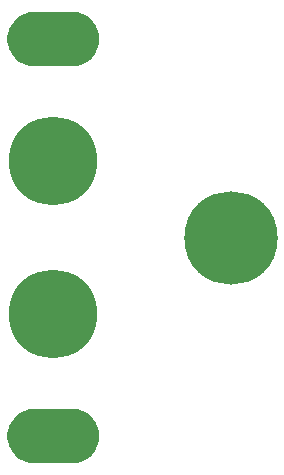
<source format=gbr>
G04 #@! TF.GenerationSoftware,KiCad,Pcbnew,(5.0.0)*
G04 #@! TF.CreationDate,2018-08-30T22:15:01+02:00*
G04 #@! TF.ProjectId,1u_mute_panel,31755F6D7574655F70616E656C2E6B69,rev?*
G04 #@! TF.SameCoordinates,Original*
G04 #@! TF.FileFunction,Soldermask,Bot*
G04 #@! TF.FilePolarity,Negative*
%FSLAX46Y46*%
G04 Gerber Fmt 4.6, Leading zero omitted, Abs format (unit mm)*
G04 Created by KiCad (PCBNEW (5.0.0)) date 08/30/18 22:15:01*
%MOMM*%
%LPD*%
G01*
G04 APERTURE LIST*
%ADD10C,0.100000*%
%ADD11C,4.600000*%
%ADD12C,7.500000*%
%ADD13C,7.900000*%
G04 APERTURE END LIST*
D10*
G04 #@! TO.C,MH1*
G36*
X9325439Y-34311074D02*
X9548708Y-34344193D01*
X9767655Y-34399036D01*
X9980172Y-34475076D01*
X10184212Y-34571580D01*
X10377812Y-34687619D01*
X10559105Y-34822075D01*
X10726346Y-34973653D01*
X10877924Y-35140894D01*
X11012380Y-35322187D01*
X11128419Y-35515787D01*
X11224923Y-35719827D01*
X11300963Y-35932344D01*
X11355806Y-36151291D01*
X11388925Y-36374560D01*
X11400000Y-36599999D01*
X11400000Y-36600001D01*
X11388925Y-36825440D01*
X11355806Y-37048709D01*
X11300963Y-37267656D01*
X11224923Y-37480173D01*
X11128419Y-37684213D01*
X11012380Y-37877813D01*
X10877924Y-38059106D01*
X10726346Y-38226347D01*
X10559105Y-38377925D01*
X10377812Y-38512381D01*
X10184212Y-38628420D01*
X9980172Y-38724924D01*
X9767655Y-38800964D01*
X9548708Y-38855807D01*
X9325439Y-38888926D01*
X9100000Y-38900001D01*
X5900000Y-38900001D01*
X5674561Y-38888926D01*
X5451292Y-38855807D01*
X5232345Y-38800964D01*
X5019828Y-38724924D01*
X4815788Y-38628420D01*
X4622188Y-38512381D01*
X4440895Y-38377925D01*
X4273654Y-38226347D01*
X4122076Y-38059106D01*
X3987620Y-37877813D01*
X3871581Y-37684213D01*
X3775077Y-37480173D01*
X3699037Y-37267656D01*
X3644194Y-37048709D01*
X3611075Y-36825440D01*
X3600000Y-36600001D01*
X3600000Y-36599999D01*
X3611075Y-36374560D01*
X3644194Y-36151291D01*
X3699037Y-35932344D01*
X3775077Y-35719827D01*
X3871581Y-35515787D01*
X3987620Y-35322187D01*
X4122076Y-35140894D01*
X4273654Y-34973653D01*
X4440895Y-34822075D01*
X4622188Y-34687619D01*
X4815788Y-34571580D01*
X5019828Y-34475076D01*
X5232345Y-34399036D01*
X5451292Y-34344193D01*
X5674561Y-34311074D01*
X5900000Y-34299999D01*
X9100000Y-34299999D01*
X9325439Y-34311074D01*
X9325439Y-34311074D01*
G37*
D11*
X7500000Y-36600000D03*
G04 #@! TD*
D10*
G04 #@! TO.C,MH2*
G36*
X9325439Y-711074D02*
X9548708Y-744193D01*
X9767655Y-799036D01*
X9980172Y-875076D01*
X10184212Y-971580D01*
X10377812Y-1087619D01*
X10559105Y-1222075D01*
X10726346Y-1373653D01*
X10877924Y-1540894D01*
X11012380Y-1722187D01*
X11128419Y-1915787D01*
X11224923Y-2119827D01*
X11300963Y-2332344D01*
X11355806Y-2551291D01*
X11388925Y-2774560D01*
X11400000Y-2999999D01*
X11400000Y-3000001D01*
X11388925Y-3225440D01*
X11355806Y-3448709D01*
X11300963Y-3667656D01*
X11224923Y-3880173D01*
X11128419Y-4084213D01*
X11012380Y-4277813D01*
X10877924Y-4459106D01*
X10726346Y-4626347D01*
X10559105Y-4777925D01*
X10377812Y-4912381D01*
X10184212Y-5028420D01*
X9980172Y-5124924D01*
X9767655Y-5200964D01*
X9548708Y-5255807D01*
X9325439Y-5288926D01*
X9100000Y-5300001D01*
X5900000Y-5300001D01*
X5674561Y-5288926D01*
X5451292Y-5255807D01*
X5232345Y-5200964D01*
X5019828Y-5124924D01*
X4815788Y-5028420D01*
X4622188Y-4912381D01*
X4440895Y-4777925D01*
X4273654Y-4626347D01*
X4122076Y-4459106D01*
X3987620Y-4277813D01*
X3871581Y-4084213D01*
X3775077Y-3880173D01*
X3699037Y-3667656D01*
X3644194Y-3448709D01*
X3611075Y-3225440D01*
X3600000Y-3000001D01*
X3600000Y-2999999D01*
X3611075Y-2774560D01*
X3644194Y-2551291D01*
X3699037Y-2332344D01*
X3775077Y-2119827D01*
X3871581Y-1915787D01*
X3987620Y-1722187D01*
X4122076Y-1540894D01*
X4273654Y-1373653D01*
X4440895Y-1222075D01*
X4622188Y-1087619D01*
X4815788Y-971580D01*
X5019828Y-875076D01*
X5232345Y-799036D01*
X5451292Y-744193D01*
X5674561Y-711074D01*
X5900000Y-699999D01*
X9100000Y-699999D01*
X9325439Y-711074D01*
X9325439Y-711074D01*
G37*
D11*
X7500000Y-3000000D03*
G04 #@! TD*
D12*
G04 #@! TO.C,MH3*
X7500000Y-13300000D03*
G04 #@! TD*
G04 #@! TO.C,MH4*
X7500000Y-26300000D03*
G04 #@! TD*
D13*
G04 #@! TO.C,MH5*
X22500000Y-19800000D03*
G04 #@! TD*
M02*

</source>
